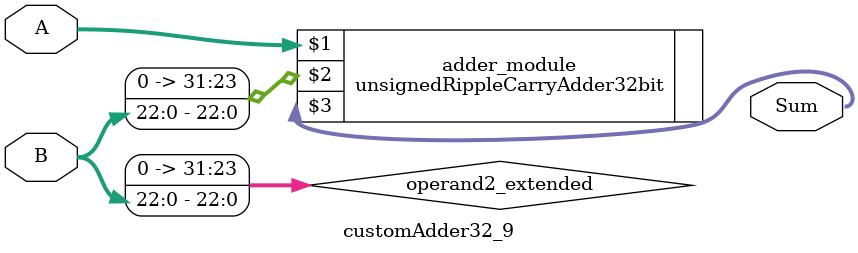
<source format=v>

module customAdder32_9(
                    input [31 : 0] A,
                    input [22 : 0] B,
                    
                    output [32 : 0] Sum
            );

    wire [31 : 0] operand2_extended;
    
    assign operand2_extended =  {9'b0, B};
    
    unsignedRippleCarryAdder32bit adder_module(
        A,
        operand2_extended,
        Sum
    );
    
endmodule
        
</source>
